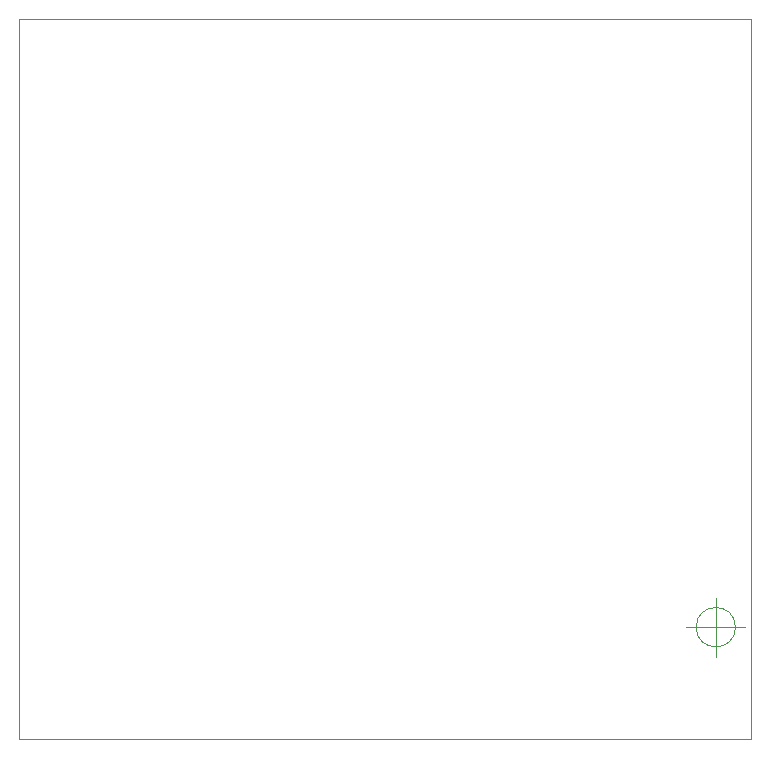
<source format=gbr>
G04 #@! TF.FileFunction,Profile,NP*
%FSLAX46Y46*%
G04 Gerber Fmt 4.6, Leading zero omitted, Abs format (unit mm)*
G04 Created by KiCad (PCBNEW 4.0.4-stable) date Wednesday, 26 April 2017 'PMt' 10:40:54 PM*
%MOMM*%
%LPD*%
G01*
G04 APERTURE LIST*
%ADD10C,0.100000*%
G04 APERTURE END LIST*
D10*
X100666666Y-110500000D02*
G75*
G03X100666666Y-110500000I-1666666J0D01*
G01*
X96500000Y-110500000D02*
X101500000Y-110500000D01*
X99000000Y-108000000D02*
X99000000Y-113000000D01*
X40000000Y-120000000D02*
X40000000Y-59000000D01*
X102000000Y-120000000D02*
X40000000Y-120000000D01*
X102000000Y-59000000D02*
X102000000Y-120000000D01*
X40000000Y-59000000D02*
X102000000Y-59000000D01*
M02*

</source>
